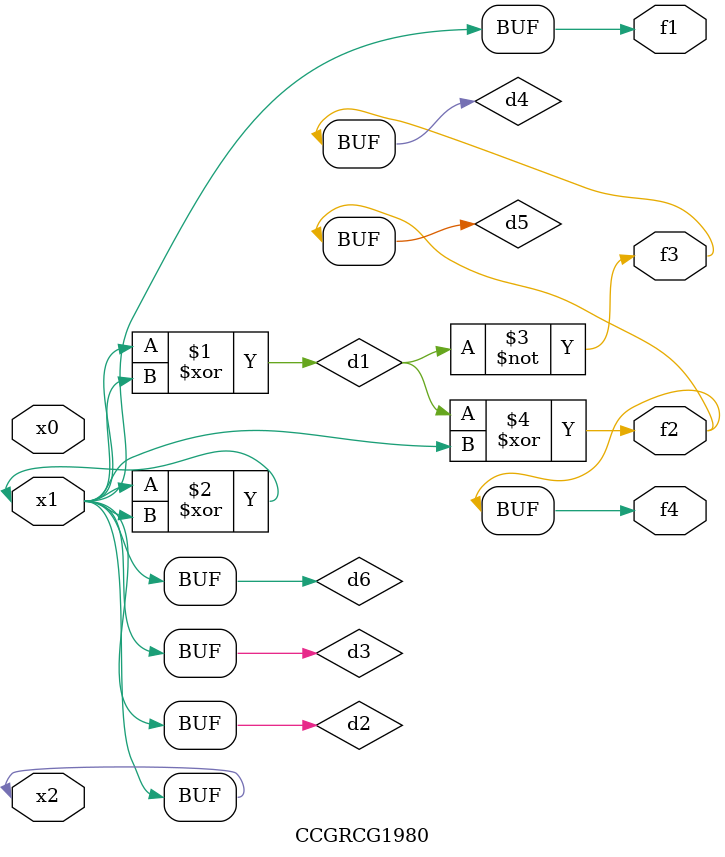
<source format=v>
module CCGRCG1980(
	input x0, x1, x2,
	output f1, f2, f3, f4
);

	wire d1, d2, d3, d4, d5, d6;

	xor (d1, x1, x2);
	buf (d2, x1, x2);
	xor (d3, x1, x2);
	nor (d4, d1);
	xor (d5, d1, d2);
	buf (d6, d2, d3);
	assign f1 = d6;
	assign f2 = d5;
	assign f3 = d4;
	assign f4 = d5;
endmodule

</source>
